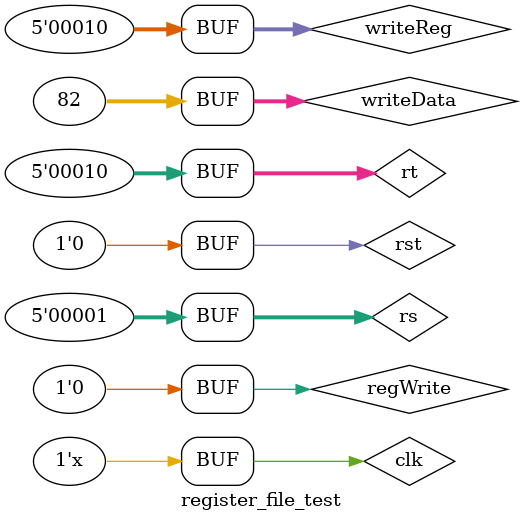
<source format=v>
`timescale 1ns / 1ps


module register_file_test;

	// Inputs
	reg [4:0] rs;
	reg [4:0] rt;
	reg regWrite;
	reg [4:0] writeReg;
	reg [31:0] writeData;
	reg clk;
	reg rst;

	// Outputs
	wire [31:0] readData1;
	wire [31:0] readData2;

	// Instantiate the Unit Under Test (UUT)
	register_file uut (
		.rs(rs), 
		.rt(rt), 
		.regWrite(regWrite), 
		.writeReg(writeReg), 
		.writeData(writeData), 
		.clk(clk), 
		.rst(rst), 
		.readData1(readData1), 
		.readData2(readData2)
	);

	initial begin
		// Initialize Inputs
		rs = 0;
		rt = 0;
		regWrite = 0;
		writeReg = 0;
		writeData = 0;
		clk = 0;
		rst = 0;
	end
	
	always #10 clk = ~clk;
	
	initial begin
		#10;
		rst = 1;
		#10;
		rst = 0;
		
		#20 regWrite = 1;
		writeReg = 5'd1;
		writeData = 32'd68;
		// regWrite = 0;
		
		#20 regWrite = 1;
		writeReg = 5'd2;
		writeData = 32'd82;
		
		#20;
		regWrite = 0;
		rs = 5'd1;
		rt = 5'd2;
	end
      
endmodule


</source>
